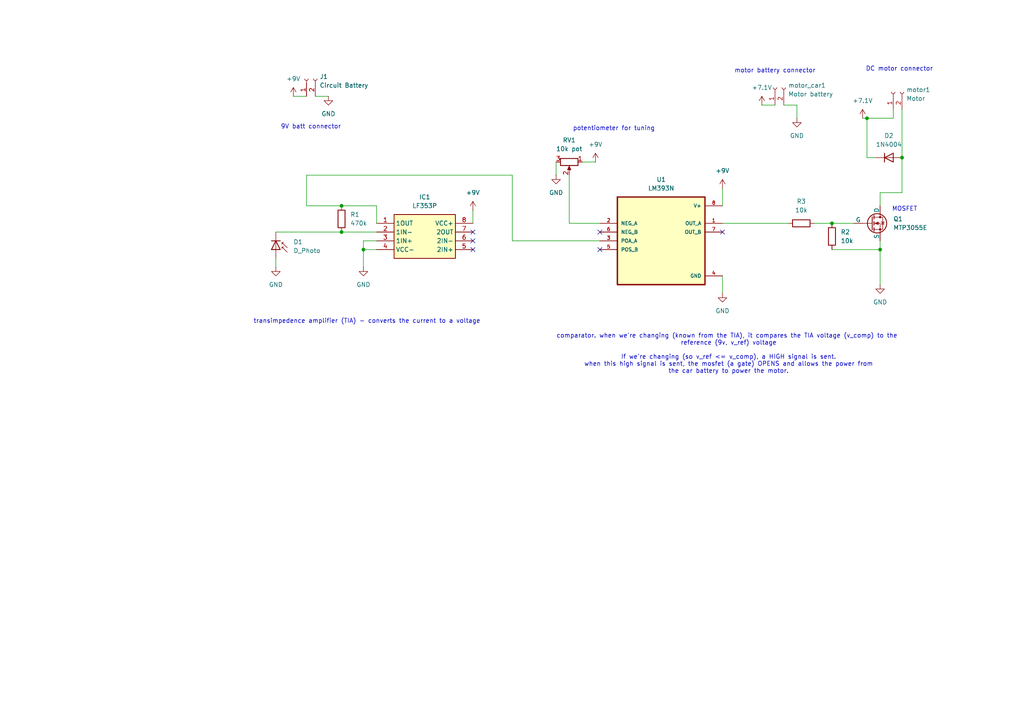
<source format=kicad_sch>
(kicad_sch (version 20250114) (generator "eeschema") (generator_version "9.0")
  (paper "A4")
  (lib_symbols
    (symbol "Connector:Conn_01x02_Socket" (pin_names (offset 1.016) (hide yes))
      (property "Reference" "J" (at 0 2.54 0))
      (property "Value" "Conn_01x02_Socket" (at 0 -5.08 0))
      (symbol "Conn_01x02_Socket_1_1"
        (polyline (pts (xy -1.27 0) (xy -0.508 0)) (stroke (width 0.1524)))
        (polyline (pts (xy -1.27 -2.54) (xy -0.508 -2.54)) (stroke (width 0.1524)))
        (arc (start 0 -0.508) (mid -0.5058 0) (end 0 0.508) (stroke (width 0.1524)))
        (arc (start 0 -3.048) (mid -0.5058 -2.54) (end 0 -2.032) (stroke (width 0.1524)))
        (pin passive line (at -5.08 0 0) (length 3.81) (name "Pin_1") (number "1"))
        (pin passive line (at -5.08 -2.54 0) (length 3.81) (name "Pin_2") (number "2"))
      )
    )
    (symbol "Device:D_Photo" (pin_numbers (hide yes)) (pin_names (hide yes))
      (property "Reference" "D" (at 0.508 1.778 0))
      (property "Value" "D_Photo" (at -1.016 -2.794 0))
      (symbol "D_Photo_0_1"
        (polyline (pts (xy -2.54 1.27) (xy -2.54 -1.27)) (stroke (width 0.254)))
        (polyline (pts (xy -2.032 1.778) (xy -1.524 1.778)))
        (polyline (pts (xy -0.508 3.302) (xy -2.032 1.778) (xy -2.032 2.286)))
        (polyline (pts (xy 0 0) (xy -2.54 0)))
        (polyline (pts (xy 0 -1.27) (xy 0 1.27) (xy -2.54 0) (xy 0 -1.27)) (stroke (width 0.254)))
        (polyline (pts (xy 0.762 3.302) (xy -0.762 1.778) (xy -0.762 2.286) (xy -0.762 1.778) (xy -0.254 1.778)))
      )
      (symbol "D_Photo_1_1"
        (pin passive line (at -5.08 0 0) (length 2.54) (name "K") (number "1"))
        (pin passive line (at 2.54 0 180) (length 2.54) (name "A") (number "2"))
      )
    )
    (symbol "Device:R" (pin_numbers (hide yes)) (pin_names (offset 0))
      (property "Reference" "R" (at 2.032 0 90))
      (property "Value" "R" (at 0 0 90))
      (symbol "R_0_1"
        (rectangle (start -1.016 -2.54) (end 1.016 2.54) (stroke (width 0.254)))
      )
      (symbol "R_1_1"
        (pin passive line (at 0 3.81 270) (length 1.27) (name "~") (number "1"))
        (pin passive line (at 0 -3.81 90) (length 1.27) (name "~") (number "2"))
      )
    )
    (symbol "Device:R_Potentiometer" (pin_names (offset 1.016) (hide yes))
      (property "Reference" "RV" (at -4.445 0 90))
      (property "Value" "R_Potentiometer" (at -2.54 0 90))
      (symbol "R_Potentiometer_0_1"
        (rectangle (start 1.016 2.54) (end -1.016 -2.54) (stroke (width 0.254)))
        (polyline (pts (xy 1.143 0) (xy 2.286 0.508) (xy 2.286 -0.508) (xy 1.143 0)) (fill (type outline)))
        (polyline (pts (xy 2.54 0) (xy 1.524 0)))
      )
      (symbol "R_Potentiometer_1_1"
        (pin passive line (at 0 3.81 270) (length 1.27) (name "1") (number "1"))
        (pin passive line (at 0 -3.81 90) (length 1.27) (name "3") (number "3"))
        (pin passive line (at 3.81 0 180) (length 1.27) (name "2") (number "2"))
      )
    )
    (symbol "Diode:1N4004" (pin_numbers (hide yes)) (pin_names (hide yes))
      (property "Reference" "D" (at 0 2.54 0))
      (property "Value" "1N4004" (at 0 -2.54 0))
      (symbol "1N4004_0_1"
        (polyline (pts (xy -1.27 1.27) (xy -1.27 -1.27)) (stroke (width 0.254)))
        (polyline (pts (xy 1.27 1.27) (xy 1.27 -1.27) (xy -1.27 0) (xy 1.27 1.27)) (stroke (width 0.254)))
        (polyline (pts (xy 1.27 0) (xy -1.27 0)))
      )
      (symbol "1N4004_1_1"
        (pin passive line (at -3.81 0 0) (length 2.54) (name "K") (number "1"))
        (pin passive line (at 3.81 0 180) (length 2.54) (name "A") (number "2"))
      )
    )
    (symbol "LF35P:LF353P"
      (property "Reference" "IC" (at 24.13 7.62 0))
      (property "Value" "LF353P" (at 24.13 5.08 0))
      (symbol "LF353P_1_1"
        (rectangle (start 5.08 2.54) (end 22.86 -10.16) (stroke (width 0.254)) (fill (type background)))
        (pin passive line (at 0 0 0) (length 5.08) (name "1OUT") (number "1"))
        (pin passive line (at 0 -2.54 0) (length 5.08) (name "1IN-") (number "2"))
        (pin passive line (at 0 -5.08 0) (length 5.08) (name "1IN+") (number "3"))
        (pin passive line (at 0 -7.62 0) (length 5.08) (name "VCC-") (number "4"))
        (pin passive line (at 27.94 0 180) (length 5.08) (name "VCC+") (number "8"))
        (pin passive line (at 27.94 -2.54 180) (length 5.08) (name "2OUT") (number "7"))
        (pin passive line (at 27.94 -5.08 180) (length 5.08) (name "2IN-") (number "6"))
        (pin passive line (at 27.94 -7.62 180) (length 5.08) (name "2IN+") (number "5"))
      )
    )
    (symbol "LM393N:LM393N" (pin_names (offset 1.016))
      (property "Reference" "U" (at -12.7 13.7 0))
      (property "Value" "LM393N" (at -12.7 -16.7 0))
      (symbol "LM393N_0_0"
        (rectangle (start -12.7 -12.7) (end 12.7 12.7) (stroke (width 0.41)) (fill (type background)))
        (pin input line (at -17.78 5.08 0) (length 5.08) (name "NEG_A") (number "2"))
        (pin input line (at -17.78 2.54 0) (length 5.08) (name "NEG_B") (number "6"))
        (pin input line (at -17.78 0 0) (length 5.08) (name "POA_A") (number "3"))
        (pin input line (at -17.78 -2.54 0) (length 5.08) (name "POS_B") (number "5"))
        (pin power_in line (at 17.78 10.16 180) (length 5.08) (name "V+") (number "8"))
        (pin output line (at 17.78 5.08 180) (length 5.08) (name "OUT_A") (number "1"))
        (pin output line (at 17.78 2.54 180) (length 5.08) (name "OUT_B") (number "7"))
        (pin power_in line (at 17.78 -10.16 180) (length 5.08) (name "GND") (number "4"))
      )
    )
    (symbol "Simulation_SPICE:NMOS" (pin_numbers (hide yes)) (pin_names (offset 0))
      (property "Reference" "Q" (at 5.08 1.27 0))
      (property "Value" "NMOS" (at 5.08 -1.27 0))
      (symbol "NMOS_0_1"
        (polyline (pts (xy 0.254 1.905) (xy 0.254 -1.905)) (stroke (width 0.254)))
        (polyline (pts (xy 0.254 0) (xy -2.54 0)))
        (polyline (pts (xy 0.762 2.286) (xy 0.762 1.27)) (stroke (width 0.254)))
        (polyline (pts (xy 0.762 0.508) (xy 0.762 -0.508)) (stroke (width 0.254)))
        (polyline (pts (xy 0.762 -1.27) (xy 0.762 -2.286)) (stroke (width 0.254)))
        (polyline (pts (xy 0.762 -1.778) (xy 3.302 -1.778) (xy 3.302 1.778) (xy 0.762 1.778)))
        (polyline (pts (xy 1.016 0) (xy 2.032 0.381) (xy 2.032 -0.381) (xy 1.016 0)) (fill (type outline)))
        (circle (center 1.651 0) (radius 2.794) (stroke (width 0.254)))
        (polyline (pts (xy 2.54 2.54) (xy 2.54 1.778)))
        (circle (center 2.54 1.778) (radius 0.254) (fill (type outline)))
        (circle (center 2.54 -1.778) (radius 0.254) (fill (type outline)))
        (polyline (pts (xy 2.54 -2.54) (xy 2.54 0) (xy 0.762 0)))
        (polyline (pts (xy 2.794 0.508) (xy 2.921 0.381) (xy 3.683 0.381) (xy 3.81 0.254)))
        (polyline (pts (xy 3.302 0.381) (xy 2.921 -0.254) (xy 3.683 -0.254) (xy 3.302 0.381)))
      )
      (symbol "NMOS_1_1"
        (pin input line (at -5.08 0 0) (length 2.54) (name "G") (number "2"))
        (pin passive line (at 2.54 5.08 270) (length 2.54) (name "D") (number "1"))
        (pin passive line (at 2.54 -5.08 90) (length 2.54) (name "S") (number "3"))
      )
    )
    (symbol "power:+9V" (power) (pin_numbers (hide yes)) (pin_names (offset 0) (hide yes))
      (property "Value" "+9V" (at 0 3.556 0))
      (symbol "+9V_0_1"
        (polyline (pts (xy -0.762 1.27) (xy 0 2.54)))
        (polyline (pts (xy 0 2.54) (xy 0.762 1.27)))
        (polyline (pts (xy 0 0) (xy 0 2.54)))
      )
      (symbol "+9V_1_1"
        (pin power_in line (at 0 0 90) (length 0) (name "~") (number "1"))
      )
    )
    (symbol "power:GND" (power) (pin_numbers (hide yes)) (pin_names (offset 0) (hide yes))
      (property "Value" "GND" (at 0 -3.81 0))
      (symbol "GND_0_1"
        (polyline (pts (xy 0 0) (xy 0 -1.27) (xy 1.27 -1.27) (xy 0 -2.54) (xy -1.27 -1.27) (xy 0 -1.27)))
      )
      (symbol "GND_1_1"
        (pin power_in line (at 0 0 270) (length 0) (name "~") (number "1"))
      )
    )
  )
  (text "potentiometer for tuning" (at 178.054 37.338 0) (effects (font (size 1.27 1.27))))
  (text "transimpedence amplifier (TIA) - converts the current to a voltage" (at 106.426 93.218 0) (effects (font (size 1.27 1.27))))
  (text "motor battery connector" (at 224.79 20.574 0) (effects (font (size 1.27 1.27))))
  (text "DC motor connector" (at 260.858 20.066 0) (effects (font (size 1.27 1.27))))
  (text "MOSFET" (at 262.382 60.706 0) (effects (font (size 1.27 1.27))))
  (text "comparator. when we're changing (known from the TIA), it compares the TIA voltage (v_comp) to the \nreference (9v, v_ref) voltage\n\nIf we're changing (so v_ref <= v_comp), a HIGH signal is sent.\nwhen this high signal is sent, the mosfet (a gate) OPENS and allows the power from\nthe car battery to power the motor.\n" (at 211.328 102.616 0) (effects (font (size 1.27 1.27))))
  (text "9V batt connector" (at 90.17 36.83 0) (effects (font (size 1.27 1.27))))
  (junction (at 251.46 34.29))
  (junction (at 255.27 72.39))
  (junction (at 105.41 72.39))
  (junction (at 261.62 45.72))
  (junction (at 99.06 59.69))
  (junction (at 241.3 64.77))
  (junction (at 99.06 67.31))
  (no_connect (at 137.16 72.39))
  (no_connect (at 137.16 67.31))
  (no_connect (at 209.55 67.31))
  (no_connect (at 173.99 67.31))
  (no_connect (at 173.99 72.39))
  (no_connect (at 137.16 69.85))
  (wire (pts (xy 91.44 27.94) (xy 95.25 27.94)))
  (wire (pts (xy 231.14 30.48) (xy 231.14 34.29)))
  (wire (pts (xy 209.55 80.01) (xy 209.55 85.09)))
  (wire (pts (xy 99.06 59.69) (xy 109.22 59.69)))
  (wire (pts (xy 88.9 50.8) (xy 148.59 50.8)))
  (wire (pts (xy 168.91 46.99) (xy 172.72 46.99)))
  (wire (pts (xy 209.55 54.61) (xy 209.55 59.69)))
  (wire (pts (xy 148.59 69.85) (xy 173.99 69.85)))
  (wire (pts (xy 80.01 74.93) (xy 80.01 77.47)))
  (wire (pts (xy 105.41 72.39) (xy 109.22 72.39)))
  (wire (pts (xy 85.09 27.94) (xy 88.9 27.94)))
  (wire (pts (xy 259.08 31.75) (xy 259.08 34.29)))
  (wire (pts (xy 105.41 69.85) (xy 105.41 72.39)))
  (wire (pts (xy 236.22 64.77) (xy 241.3 64.77)))
  (wire (pts (xy 80.01 67.31) (xy 99.06 67.31)))
  (wire (pts (xy 109.22 64.77) (xy 109.22 59.69)))
  (wire (pts (xy 105.41 72.39) (xy 105.41 77.47)))
  (wire (pts (xy 109.22 69.85) (xy 105.41 69.85)))
  (wire (pts (xy 250.19 34.29) (xy 251.46 34.29)))
  (wire (pts (xy 261.62 45.72) (xy 261.62 55.88)))
  (wire (pts (xy 161.29 46.99) (xy 161.29 50.8)))
  (wire (pts (xy 255.27 72.39) (xy 255.27 82.55)))
  (wire (pts (xy 137.16 60.96) (xy 137.16 64.77)))
  (wire (pts (xy 165.1 64.77) (xy 173.99 64.77)))
  (wire (pts (xy 88.9 59.69) (xy 88.9 50.8)))
  (wire (pts (xy 165.1 50.8) (xy 165.1 64.77)))
  (wire (pts (xy 251.46 45.72) (xy 251.46 34.29)))
  (wire (pts (xy 227.33 30.48) (xy 231.14 30.48)))
  (wire (pts (xy 99.06 67.31) (xy 109.22 67.31)))
  (wire (pts (xy 148.59 50.8) (xy 148.59 69.85)))
  (wire (pts (xy 261.62 31.75) (xy 261.62 45.72)))
  (wire (pts (xy 241.3 64.77) (xy 247.65 64.77)))
  (wire (pts (xy 88.9 59.69) (xy 99.06 59.69)))
  (wire (pts (xy 254 45.72) (xy 251.46 45.72)))
  (wire (pts (xy 255.27 59.69) (xy 255.27 55.88)))
  (wire (pts (xy 209.55 64.77) (xy 228.6 64.77)))
  (wire (pts (xy 255.27 69.85) (xy 255.27 72.39)))
  (wire (pts (xy 251.46 34.29) (xy 259.08 34.29)))
  (wire (pts (xy 261.62 55.88) (xy 255.27 55.88)))
  (wire (pts (xy 220.98 30.48) (xy 224.79 30.48)))
  (wire (pts (xy 241.3 72.39) (xy 255.27 72.39)))
  (symbol (lib_id "power:GND") (at 105.41 77.47 0) (unit 1)
    (property "Reference" "#PWR04" (effects (hide yes)))
    (property "Value" "GND" (at 105.41 82.55 0))
    (property "Description" "Power symbol creates a global label with name \"GND\" , ground" (effects (hide yes)))
  )
  (symbol (lib_id "power:+9V") (at 209.55 54.61 0) (unit 1)
    (property "Reference" "#PWR07" (effects (hide yes)))
    (property "Value" "+9V" (at 209.55 49.53 0))
    (property "Description" "Power symbol creates a global label with name \"+9V\"" (effects (hide yes)))
  )
  (symbol (lib_id "power:GND") (at 80.01 77.47 0) (unit 1)
    (property "Reference" "#PWR03" (effects (hide yes)))
    (property "Value" "GND" (at 80.01 82.55 0))
    (property "Description" "Power symbol creates a global label with name \"GND\" , ground" (effects (hide yes)))
  )
  (symbol (lib_id "power:+9V") (at 172.72 46.99 0) (unit 1)
    (property "Reference" "#PWR08" (effects (hide yes)))
    (property "Value" "+9V" (at 172.72 41.91 0))
    (property "Description" "Power symbol creates a global label with name \"+9V\"" (effects (hide yes)))
  )
  (symbol (lib_id "power:GND") (at 209.55 85.09 0) (unit 1)
    (property "Reference" "#PWR06" (effects (hide yes)))
    (property "Value" "GND" (at 209.55 90.17 0))
    (property "Description" "Power symbol creates a global label with name \"GND\" , ground" (effects (hide yes)))
  )
  (symbol (lib_id "power:+9V") (at 220.98 30.48 0) (unit 1)
    (property "Reference" "#PWR011" (effects (hide yes)))
    (property "Value" "+7.1V" (at 220.98 25.4 0))
    (property "Description" "Power symbol creates a global label with name \"+9V\"" (effects (hide yes)))
  )
  (symbol (lib_id "Diode:1N4004") (at 257.81 45.72 0) (unit 1)
    (property "Reference" "D2" (at 257.81 39.37 0))
    (property "Value" "1N4004" (at 257.81 41.91 0))
    (property "Footprint" "Diode_THT:D_DO-41_SOD81_P10.16mm_Horizontal" (effects (hide yes)))
    (property "Datasheet" "http://www.vishay.com/docs/88503/1n4001.pdf" (effects (hide yes)))
    (property "Description" "400V 1A General Purpose Rectifier Diode, DO-41" (effects (hide yes)))
    (property "Sim.Device" "D" (effects (hide yes)))
    (property "Sim.Pins" "1=K 2=A" (effects (hide yes)))
  )
  (symbol (lib_id "power:+9V") (at 250.19 34.29 0) (unit 1)
    (property "Reference" "#PWR012" (effects (hide yes)))
    (property "Value" "+7.1V" (at 250.19 29.21 0))
    (property "Description" "Power symbol creates a global label with name \"+9V\"" (effects (hide yes)))
  )
  (symbol (lib_id "Device:R") (at 241.3 68.58 180) (unit 1)
    (property "Reference" "R2" (at 243.84 67.3099 0) (effects (justify right)))
    (property "Value" "10k" (at 243.84 69.8499 0) (effects (justify right)))
    (property "Footprint" "Resistor_THT:R_Axial_DIN0204_L3.6mm_D1.6mm_P2.54mm_Vertical" (effects (hide yes)))
    (property "Description" "Resistor" (effects (hide yes)))
  )
  (symbol (lib_id "Device:R") (at 99.06 63.5 180) (unit 1)
    (property "Reference" "R1" (at 101.6 62.2299 0) (effects (justify right)))
    (property "Value" "470k" (at 101.6 64.7699 0) (effects (justify right)))
    (property "Footprint" "Resistor_THT:R_Axial_DIN0204_L3.6mm_D1.6mm_P2.54mm_Vertical" (effects (hide yes)))
    (property "Description" "Resistor" (effects (hide yes)))
  )
  (symbol (lib_id "LM393N:LM393N") (at 191.77 69.85 0) (unit 1)
    (property "Reference" "U1" (at 191.77 52.07 0))
    (property "Value" "LM393N" (at 191.77 54.61 0))
    (property "Footprint" "comparator:DIP794W45P254L959H508Q8" (effects (hide yes)))
  )
  (symbol (lib_id "Device:R_Potentiometer") (at 165.1 46.99 270) (unit 1)
    (property "Reference" "RV1" (at 165.1 40.64 90))
    (property "Value" "10k pot" (at 165.1 43.18 90))
    (property "Footprint" "Potentiometer_THT:Potentiometer_Piher_PT-6-H_Horizontal" (effects (hide yes)))
    (property "Description" "Potentiometer" (effects (hide yes)))
  )
  (symbol (lib_id "power:GND") (at 95.25 27.94 0) (unit 1)
    (property "Reference" "#PWR02" (effects (hide yes)))
    (property "Value" "GND" (at 95.25 33.02 0))
    (property "Description" "Power symbol creates a global label with name \"GND\" , ground" (effects (hide yes)))
  )
  (symbol (lib_id "power:GND") (at 231.14 34.29 0) (unit 1)
    (property "Reference" "#PWR013" (effects (hide yes)))
    (property "Value" "GND" (at 231.14 39.37 0))
    (property "Description" "Power symbol creates a global label with name \"GND\" , ground" (effects (hide yes)))
  )
  (symbol (lib_id "power:+9V") (at 137.16 60.96 0) (unit 1)
    (property "Reference" "#PWR05" (effects (hide yes)))
    (property "Value" "+9V" (at 137.16 55.88 0))
    (property "Description" "Power symbol creates a global label with name \"+9V\"" (effects (hide yes)))
  )
  (symbol (lib_id "Connector:Conn_01x02_Socket") (at 88.9 22.86 90) (unit 1)
    (property "Reference" "J1" (at 92.71 22.2249 90) (effects (justify right)))
    (property "Value" "Circuit Battery" (at 92.71 24.7649 90) (effects (justify right)))
    (property "Footprint" "Connector_PinHeader_2.54mm:PinHeader_1x02_P2.54mm_Vertical" (effects (hide yes)))
    (property "Description" "Generic connector, single row, 01x02, script generated" (effects (hide yes)))
  )
  (symbol (lib_id "power:+9V") (at 85.09 27.94 0) (unit 1)
    (property "Reference" "#PWR01" (effects (hide yes)))
    (property "Value" "+9V" (at 85.09 22.86 0))
    (property "Description" "Power symbol creates a global label with name \"+9V\"" (effects (hide yes)))
  )
  (symbol (lib_id "Connector:Conn_01x02_Socket") (at 259.08 26.67 90) (unit 1)
    (property "Reference" "motor1" (at 262.89 26.0349 90) (effects (justify right)))
    (property "Value" "Motor" (at 262.89 28.5749 90) (effects (justify right)))
    (property "Footprint" "Connector_PinHeader_2.54mm:PinHeader_1x02_P2.54mm_Vertical" (effects (hide yes)))
    (property "Description" "Generic connector, single row, 01x02, script generated" (effects (hide yes)))
  )
  (symbol (lib_id "power:GND") (at 255.27 82.55 0) (unit 1)
    (property "Reference" "#PWR010" (effects (hide yes)))
    (property "Value" "GND" (at 255.27 87.63 0))
    (property "Description" "Power symbol creates a global label with name \"GND\" , ground" (effects (hide yes)))
  )
  (symbol (lib_id "Device:D_Photo") (at 80.01 72.39 270) (unit 1)
    (property "Reference" "D1" (at 85.09 70.1674 90) (effects (justify left)))
    (property "Value" "D_Photo" (at 85.09 72.7074 90) (effects (justify left)))
    (property "Footprint" "OptoDevice:Osram_BPW82" (effects (hide yes)))
    (property "Description" "Photodiode" (effects (hide yes)))
  )
  (symbol (lib_id "Device:R") (at 232.41 64.77 90) (unit 1)
    (property "Reference" "R3" (at 232.41 58.42 90))
    (property "Value" "10k" (at 232.41 60.96 90))
    (property "Footprint" "Resistor_THT:R_Axial_DIN0204_L3.6mm_D1.6mm_P2.54mm_Vertical" (effects (hide yes)))
    (property "Description" "Resistor" (effects (hide yes)))
  )
  (symbol (lib_id "Simulation_SPICE:NMOS") (at 252.73 64.77 0) (unit 1)
    (property "Reference" "Q1" (at 259.08 63.4999 0) (effects (justify left)))
    (property "Value" "MTP3055E" (at 259.08 66.0399 0) (effects (justify left)))
    (property "Footprint" "Package_TO_SOT_THT:TO-247-3_Vertical" (effects (hide yes)))
    (property "Datasheet" "https://ngspice.sourceforge.io/docs/ngspice-html-manual/manual.xhtml#cha_MOSFETs" (effects (hide yes)))
    (property "Description" "N-MOSFET transistor, drain/source/gate" (effects (hide yes)))
    (property "Sim.Device" "NMOS" (effects (hide yes)))
    (property "Sim.Type" "VDMOS" (effects (hide yes)))
    (property "Sim.Pins" "1=D 2=G 3=S" (effects (hide yes)))
  )
  (symbol (lib_id "power:GND") (at 161.29 50.8 0) (unit 1)
    (property "Reference" "#PWR09" (effects (hide yes)))
    (property "Value" "GND" (at 161.29 55.88 0))
    (property "Description" "Power symbol creates a global label with name \"GND\" , ground" (effects (hide yes)))
  )
  (symbol (lib_id "LF35P:LF353P") (at 109.22 64.77 0) (unit 1)
    (property "Reference" "IC1" (at 123.19 57.15 0))
    (property "Value" "LF353P" (at 123.19 59.69 0))
    (property "Footprint" "op amp:DIP794W53P254L959H508Q8N" (effects (hide yes)))
    (property "Datasheet" "http://www.ti.com/lit/ds/symlink/lf353.pdf" (effects (hide yes)))
    (property "Description" "Dual General-Purpose JFET-input Operational Amplifier" (effects (hide yes)))
    (property "Height" "5.08" (effects (hide yes)))
    (property "Mouser Part Number" "595-LF353P" (effects (hide yes)))
    (property "Mouser Price/Stock" "https://www.mouser.co.uk/ProductDetail/Texas-Instruments/LF353P?qs=EIjG%252BN7kn%252BnHJN43AgArjw%3D%3D" (effects (hide yes)))
    (property "Manufacturer_Name" "Texas Instruments" (effects (hide yes)))
    (property "Manufacturer_Part_Number" "LF353P" (effects (hide yes)))
  )
  (symbol (lib_id "Connector:Conn_01x02_Socket") (at 224.79 25.4 90) (unit 1)
    (property "Reference" "motor_car1" (at 228.6 24.7649 90) (effects (justify right)))
    (property "Value" "Motor battery" (at 228.6 27.3049 90) (effects (justify right)))
    (property "Footprint" "Connector_PinHeader_2.54mm:PinHeader_1x02_P2.54mm_Vertical" (effects (hide yes)))
    (property "Description" "Generic connector, single row, 01x02, script generated" (effects (hide yes)))
  )
)
</source>
